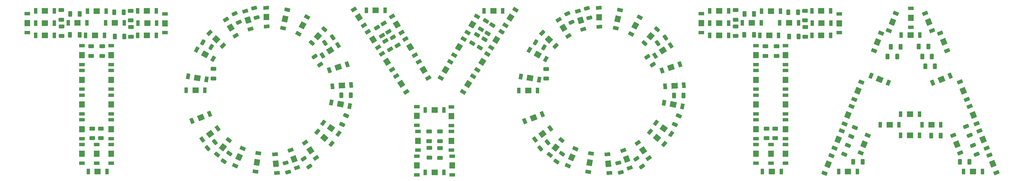
<source format=gbr>
%TF.GenerationSoftware,KiCad,Pcbnew,(6.0.0)*%
%TF.CreationDate,2022-05-14T17:31:40-07:00*%
%TF.ProjectId,Letters GERBER,4c657474-6572-4732-9047-45524245522e,rev?*%
%TF.SameCoordinates,Original*%
%TF.FileFunction,Paste,Top*%
%TF.FilePolarity,Positive*%
%FSLAX46Y46*%
G04 Gerber Fmt 4.6, Leading zero omitted, Abs format (unit mm)*
G04 Created by KiCad (PCBNEW (6.0.0)) date 2022-05-14 17:31:40*
%MOMM*%
%LPD*%
G01*
G04 APERTURE LIST*
G04 Aperture macros list*
%AMRoundRect*
0 Rectangle with rounded corners*
0 $1 Rounding radius*
0 $2 $3 $4 $5 $6 $7 $8 $9 X,Y pos of 4 corners*
0 Add a 4 corners polygon primitive as box body*
4,1,4,$2,$3,$4,$5,$6,$7,$8,$9,$2,$3,0*
0 Add four circle primitives for the rounded corners*
1,1,$1+$1,$2,$3*
1,1,$1+$1,$4,$5*
1,1,$1+$1,$6,$7*
1,1,$1+$1,$8,$9*
0 Add four rect primitives between the rounded corners*
20,1,$1+$1,$2,$3,$4,$5,0*
20,1,$1+$1,$4,$5,$6,$7,0*
20,1,$1+$1,$6,$7,$8,$9,0*
20,1,$1+$1,$8,$9,$2,$3,0*%
%AMRotRect*
0 Rectangle, with rotation*
0 The origin of the aperture is its center*
0 $1 length*
0 $2 width*
0 $3 Rotation angle, in degrees counterclockwise*
0 Add horizontal line*
21,1,$1,$2,0,0,$3*%
G04 Aperture macros list end*
%ADD10R,1.700000X1.900000*%
%ADD11R,1.700000X1.100000*%
%ADD12RoundRect,0.250000X0.625000X-0.312500X0.625000X0.312500X-0.625000X0.312500X-0.625000X-0.312500X0*%
%ADD13RotRect,1.900000X1.700000X301.200000*%
%ADD14RotRect,1.100000X1.700000X301.200000*%
%ADD15RoundRect,0.250000X0.462425X-0.523874X0.696554X0.055616X-0.462425X0.523874X-0.696554X-0.055616X0*%
%ADD16RotRect,1.900000X1.700000X59.500000*%
%ADD17RotRect,1.100000X1.700000X59.500000*%
%ADD18RoundRect,0.250000X-0.691213X-0.102500X-0.332727X-0.614470X0.691213X0.102500X0.332727X0.614470X0*%
%ADD19RoundRect,0.250000X0.691213X0.102500X0.332727X0.614470X-0.691213X-0.102500X-0.332727X-0.614470X0*%
%ADD20RotRect,1.900000X1.700000X144.200000*%
%ADD21RotRect,1.100000X1.700000X144.200000*%
%ADD22RotRect,1.900000X1.700000X66.000000*%
%ADD23RotRect,1.100000X1.700000X66.000000*%
%ADD24R,1.900000X1.700000*%
%ADD25R,1.100000X1.700000*%
%ADD26RotRect,1.900000X1.700000X36.600000*%
%ADD27RotRect,1.100000X1.700000X36.600000*%
%ADD28RotRect,1.900000X1.700000X124.800000*%
%ADD29RotRect,1.100000X1.700000X124.800000*%
%ADD30RoundRect,0.250000X0.162353X-0.679649X0.641131X-0.277907X-0.162353X0.679649X-0.641131X0.277907X0*%
%ADD31RoundRect,0.250000X-0.312500X-0.625000X0.312500X-0.625000X0.312500X0.625000X-0.312500X0.625000X0*%
%ADD32RoundRect,0.250000X-0.697124X-0.047952X-0.379912X-0.586471X0.697124X0.047952X0.379912X0.586471X0*%
%ADD33RotRect,1.900000X1.700000X139.500000*%
%ADD34RotRect,1.100000X1.700000X139.500000*%
%ADD35RoundRect,0.250000X-0.625000X0.312500X-0.625000X-0.312500X0.625000X-0.312500X0.625000X0.312500X0*%
%ADD36RoundRect,0.250000X0.312500X0.625000X-0.312500X0.625000X-0.312500X-0.625000X0.312500X-0.625000X0*%
%ADD37RotRect,1.900000X1.700000X112.000000*%
%ADD38RotRect,1.100000X1.700000X112.000000*%
%ADD39RoundRect,0.250000X0.684585X-0.140090X0.522823X0.463614X-0.684585X0.140090X-0.522823X-0.463614X0*%
%ADD40RoundRect,0.250000X0.696554X-0.055616X0.462425X0.523874X-0.696554X0.055616X-0.462425X-0.523874X0*%
%ADD41RotRect,1.900000X1.700000X292.000000*%
%ADD42RotRect,1.100000X1.700000X292.000000*%
%ADD43RotRect,1.900000X1.700000X57.500000*%
%ADD44RotRect,1.100000X1.700000X57.500000*%
%ADD45RotRect,1.900000X1.700000X257.100000*%
%ADD46RotRect,1.100000X1.700000X257.100000*%
%ADD47RotRect,1.900000X1.700000X95.400000*%
%ADD48RotRect,1.100000X1.700000X95.400000*%
%ADD49RotRect,1.900000X1.700000X68.000000*%
%ADD50RotRect,1.100000X1.700000X68.000000*%
%ADD51RoundRect,0.250000X-0.379912X0.586471X-0.697124X0.047952X0.379912X-0.586471X0.697124X-0.047952X0*%
%ADD52RotRect,1.900000X1.700000X122.500000*%
%ADD53RotRect,1.100000X1.700000X122.500000*%
%ADD54RoundRect,0.250000X0.332727X-0.614470X0.691213X-0.102500X-0.332727X0.614470X-0.691213X0.102500X0*%
%ADD55RoundRect,0.250000X-0.698511X0.019085X-0.434374X-0.547358X0.698511X-0.019085X0.434374X0.547358X0*%
%ADD56RotRect,1.900000X1.700000X213.000000*%
%ADD57RotRect,1.100000X1.700000X213.000000*%
%ADD58RotRect,1.900000X1.700000X158.000000*%
%ADD59RotRect,1.100000X1.700000X158.000000*%
%ADD60RotRect,1.900000X1.700000X286.500000*%
%ADD61RotRect,1.100000X1.700000X286.500000*%
%ADD62RotRect,1.900000X1.700000X183.600000*%
%ADD63RotRect,1.100000X1.700000X183.600000*%
%ADD64RotRect,1.900000X1.700000X248.000000*%
%ADD65RotRect,1.100000X1.700000X248.000000*%
%ADD66RotRect,1.900000X1.700000X330.600000*%
%ADD67RotRect,1.100000X1.700000X330.600000*%
%ADD68RoundRect,0.250000X-0.462425X0.523874X-0.696554X-0.055616X0.462425X-0.523874X0.696554X0.055616X0*%
%ADD69RoundRect,0.250000X-0.102500X0.691213X-0.614470X0.332727X0.102500X-0.691213X0.614470X-0.332727X0*%
%ADD70RotRect,1.900000X1.700000X21.900000*%
%ADD71RotRect,1.100000X1.700000X21.900000*%
%ADD72RotRect,1.900000X1.700000X242.400000*%
%ADD73RotRect,1.100000X1.700000X242.400000*%
%ADD74RoundRect,0.250000X0.697124X0.047952X0.379912X0.586471X-0.697124X-0.047952X-0.379912X-0.586471X0*%
%ADD75RotRect,1.900000X1.700000X350.300000*%
%ADD76RotRect,1.100000X1.700000X350.300000*%
%ADD77RotRect,1.900000X1.700000X168.900000*%
%ADD78RotRect,1.100000X1.700000X168.900000*%
%ADD79RoundRect,0.250000X-0.583133X-0.385016X-0.041867X-0.697516X0.583133X0.385016X0.041867X0.697516X0*%
%ADD80RotRect,1.900000X1.700000X227.700000*%
%ADD81RotRect,1.100000X1.700000X227.700000*%
%ADD82RotRect,1.900000X1.700000X120.500000*%
%ADD83RotRect,1.100000X1.700000X120.500000*%
%ADD84RotRect,1.900000X1.700000X315.900000*%
%ADD85RotRect,1.100000X1.700000X315.900000*%
%ADD86RotRect,1.900000X1.700000X80.700000*%
%ADD87RotRect,1.100000X1.700000X80.700000*%
%ADD88RotRect,1.900000X1.700000X110.100000*%
%ADD89RotRect,1.100000X1.700000X110.100000*%
%ADD90RotRect,1.900000X1.700000X198.300000*%
%ADD91RotRect,1.100000X1.700000X198.300000*%
%ADD92RotRect,1.900000X1.700000X51.300000*%
%ADD93RotRect,1.100000X1.700000X51.300000*%
%ADD94RotRect,1.900000X1.700000X271.800000*%
%ADD95RotRect,1.100000X1.700000X271.800000*%
%ADD96RoundRect,0.250000X-0.434374X0.547358X-0.698511X-0.019085X0.434374X-0.547358X0.698511X0.019085X0*%
%ADD97RoundRect,0.250000X0.379912X-0.586471X0.697124X-0.047952X-0.379912X0.586471X-0.697124X0.047952X0*%
%ADD98RotRect,1.900000X1.700000X22.000000*%
%ADD99RotRect,1.100000X1.700000X22.000000*%
%ADD100RoundRect,0.250000X-0.696554X0.055616X-0.462425X-0.523874X0.696554X-0.055616X0.462425X0.523874X0*%
G04 APERTURE END LIST*
D10*
%TO.C,D107*%
X250479363Y-54714772D03*
D11*
X250479363Y-57564772D03*
X250479363Y-51864772D03*
%TD*%
D12*
%TO.C,R2*%
X51584363Y-21657272D03*
X51584363Y-18732272D03*
%TD*%
D13*
%TO.C,D27*%
X81978262Y-23832917D03*
D14*
X80501885Y-21395129D03*
X83454639Y-26270705D03*
%TD*%
D15*
%TO.C,R68*%
X270504363Y-56944743D03*
X271600088Y-54232730D03*
%TD*%
D16*
%TO.C,D68*%
X151261154Y-29766096D03*
D17*
X149814670Y-32221739D03*
X152707638Y-27310453D03*
%TD*%
D18*
%TO.C,R39*%
X208533362Y-32728698D03*
X210211073Y-35124717D03*
%TD*%
D19*
%TO.C,R23*%
X105815364Y-66057870D03*
X104137653Y-63661851D03*
%TD*%
D20*
%TO.C,D32*%
X112404363Y-54414772D03*
D21*
X114715895Y-56081901D03*
X110092831Y-52747643D03*
%TD*%
D12*
%TO.C,R30*%
X145504363Y-58364772D03*
X145504363Y-55439772D03*
%TD*%
D22*
%TO.C,D83*%
X185544473Y-63248182D03*
D23*
X184385274Y-65851787D03*
X186703672Y-60644577D03*
%TD*%
D24*
%TO.C,D69*%
X143904363Y-67864772D03*
D25*
X141054363Y-67864772D03*
X146754363Y-67864772D03*
%TD*%
D26*
%TO.C,D36*%
X75641674Y-56130775D03*
D27*
X73353644Y-57830016D03*
X77929704Y-54431534D03*
%TD*%
D28*
%TO.C,D81*%
X207292740Y-61192366D03*
D29*
X208919274Y-63532641D03*
X205666206Y-58852091D03*
%TD*%
D30*
%TO.C,R18*%
X74886488Y-60526672D03*
X77127168Y-58646518D03*
%TD*%
D24*
%TO.C,D7*%
X41504363Y-67614772D03*
D25*
X38654363Y-67614772D03*
X44354363Y-67614772D03*
%TD*%
D10*
%TO.C,D22*%
X36704363Y-47214772D03*
D11*
X36704363Y-50064772D03*
X36704363Y-44364772D03*
%TD*%
D24*
%TO.C,D101*%
X246129363Y-18814772D03*
D25*
X243279363Y-18814772D03*
X248979363Y-18814772D03*
%TD*%
D20*
%TO.C,D80*%
X213494363Y-54471796D03*
D21*
X215805895Y-56138925D03*
X211182831Y-52804667D03*
%TD*%
D31*
%TO.C,R71*%
X271061863Y-64594772D03*
X273986863Y-64594772D03*
%TD*%
D32*
%TO.C,R26*%
X131189471Y-26761721D03*
X132674021Y-29281986D03*
%TD*%
D33*
%TO.C,D92*%
X211513396Y-57372015D03*
D34*
X213680553Y-59222942D03*
X209346239Y-55521088D03*
%TD*%
D35*
%TO.C,R58*%
X247399363Y-54522272D03*
X247399363Y-57447272D03*
%TD*%
D36*
%TO.C,R72*%
X306429363Y-64614772D03*
X303504363Y-64614772D03*
%TD*%
D37*
%TO.C,D125*%
X304562551Y-43009658D03*
D38*
X305630180Y-45652132D03*
X303494922Y-40367184D03*
%TD*%
D12*
%TO.C,R36*%
X142254363Y-58364772D03*
X142254363Y-55439772D03*
%TD*%
D39*
%TO.C,R41*%
X200448391Y-67820320D03*
X199691345Y-64994987D03*
%TD*%
D24*
%TO.C,D103*%
X246379363Y-67614772D03*
D25*
X243529363Y-67614772D03*
X249229363Y-67614772D03*
%TD*%
D24*
%TO.C,D110*%
X230379363Y-18714772D03*
D25*
X233229363Y-18714772D03*
X227529363Y-18714772D03*
%TD*%
D40*
%TO.C,R70*%
X306504363Y-56614772D03*
X305408639Y-53902759D03*
%TD*%
D41*
%TO.C,D140*%
X307559403Y-50427129D03*
D42*
X306491774Y-47784655D03*
X308627032Y-53069603D03*
%TD*%
D43*
%TO.C,D54*%
X166973059Y-20768438D03*
D44*
X165441755Y-23172104D03*
X168504363Y-18364772D03*
%TD*%
D24*
%TO.C,D98*%
X230379363Y-22464772D03*
D25*
X227529363Y-22464772D03*
X233229363Y-22464772D03*
%TD*%
D39*
%TO.C,R17*%
X99358391Y-67763296D03*
X98601345Y-64937963D03*
%TD*%
D45*
%TO.C,D40*%
X98471678Y-21176335D03*
D46*
X99107941Y-18398266D03*
X97835415Y-23954404D03*
%TD*%
D31*
%TO.C,R1*%
X33161863Y-19694772D03*
X36086863Y-19694772D03*
%TD*%
D10*
%TO.C,D3*%
X62004363Y-22514772D03*
D11*
X62004363Y-19664772D03*
X62004363Y-25364772D03*
%TD*%
D47*
%TO.C,D82*%
X196704363Y-65189772D03*
D48*
X196972572Y-68027124D03*
X196436154Y-62352420D03*
%TD*%
D35*
%TO.C,R4*%
X39849363Y-54522272D03*
X39849363Y-57447272D03*
%TD*%
D49*
%TO.C,D122*%
X278501216Y-28197301D03*
D50*
X277433587Y-30839775D03*
X279568845Y-25554827D03*
%TD*%
D37*
%TO.C,D127*%
X310556256Y-57844600D03*
D38*
X311623885Y-60487074D03*
X309488627Y-55202126D03*
%TD*%
D41*
%TO.C,D143*%
X302571992Y-59257246D03*
D42*
X301504363Y-56614772D03*
X303639621Y-61899720D03*
%TD*%
D24*
%TO.C,D142*%
X288354363Y-50114772D03*
D25*
X291204363Y-50114772D03*
X285504363Y-50114772D03*
%TD*%
D24*
%TO.C,D5*%
X41254363Y-18814772D03*
D25*
X38404363Y-18814772D03*
X44104363Y-18814772D03*
%TD*%
D24*
%TO.C,D67*%
X161754363Y-18739772D03*
D25*
X158904363Y-18739772D03*
X164604363Y-18739772D03*
%TD*%
D36*
%TO.C,R51*%
X254321863Y-19134772D03*
X251396863Y-19134772D03*
%TD*%
D10*
%TO.C,D117*%
X241579363Y-32214772D03*
D11*
X241579363Y-35064772D03*
X241579363Y-29364772D03*
%TD*%
D51*
%TO.C,R33*%
X159104363Y-27414772D03*
X157619813Y-29935037D03*
%TD*%
D35*
%TO.C,R10*%
X42524363Y-54522272D03*
X42524363Y-57447272D03*
%TD*%
%TO.C,R52*%
X244724363Y-54522272D03*
X244724363Y-57447272D03*
%TD*%
D24*
%TO.C,D14*%
X25504363Y-18714772D03*
D25*
X28354363Y-18714772D03*
X22654363Y-18714772D03*
%TD*%
D52*
%TO.C,D62*%
X133771456Y-40958238D03*
D53*
X135302760Y-43361904D03*
X132240152Y-38554572D03*
%TD*%
D52*
%TO.C,D61*%
X125174662Y-27463974D03*
D53*
X126705966Y-29867640D03*
X123643358Y-25060308D03*
%TD*%
D54*
%TO.C,R48*%
X180950596Y-64541951D03*
X182628307Y-62145932D03*
%TD*%
D36*
%TO.C,R59*%
X240921863Y-26034772D03*
X237996863Y-26034772D03*
%TD*%
D10*
%TO.C,D21*%
X36704363Y-32214772D03*
D11*
X36704363Y-35064772D03*
X36704363Y-29364772D03*
%TD*%
D33*
%TO.C,D44*%
X110423396Y-57314991D03*
D34*
X112590553Y-59165918D03*
X108256239Y-55464064D03*
%TD*%
D55*
%TO.C,R44*%
X184252862Y-19605995D03*
X185489021Y-22256945D03*
%TD*%
D52*
%TO.C,D49*%
X129473059Y-34211106D03*
D53*
X131004363Y-36614772D03*
X127941755Y-31807440D03*
%TD*%
D43*
%TO.C,D53*%
X158376265Y-34262701D03*
D44*
X156844961Y-36666367D03*
X159907569Y-31859035D03*
%TD*%
D24*
%TO.C,D130*%
X294854363Y-53364772D03*
D25*
X292004363Y-53364772D03*
X297704363Y-53364772D03*
%TD*%
D35*
%TO.C,R53*%
X244399363Y-29522272D03*
X244399363Y-32447272D03*
%TD*%
D28*
%TO.C,D33*%
X106202740Y-61135342D03*
D29*
X107829274Y-63475617D03*
X104576206Y-58795067D03*
%TD*%
D24*
%TO.C,D15*%
X56504363Y-26214772D03*
D25*
X59354363Y-26214772D03*
X53654363Y-26214772D03*
%TD*%
D35*
%TO.C,R19*%
X76724363Y-36372272D03*
X76724363Y-39297272D03*
%TD*%
D19*
%TO.C,R47*%
X206905364Y-66114894D03*
X205227653Y-63718875D03*
%TD*%
D35*
%TO.C,R35*%
X145504363Y-60514772D03*
X145504363Y-63439772D03*
%TD*%
D56*
%TO.C,D30*%
X112164783Y-30746553D03*
D57*
X114554994Y-29194332D03*
X109774572Y-32298774D03*
%TD*%
D58*
%TO.C,D134*%
X279156208Y-39547143D03*
D59*
X281798682Y-40614772D03*
X276513734Y-38479514D03*
%TD*%
D12*
%TO.C,R57*%
X235359363Y-21457272D03*
X235359363Y-18532272D03*
%TD*%
D60*
%TO.C,D87*%
X188275022Y-21588057D03*
D61*
X187465578Y-18855421D03*
X189084466Y-24320693D03*
%TD*%
D62*
%TO.C,D79*%
X216800458Y-41524707D03*
D63*
X219644834Y-41345754D03*
X213956082Y-41703660D03*
%TD*%
D10*
%TO.C,D12*%
X45604363Y-39714772D03*
D11*
X45604363Y-42564772D03*
X45604363Y-36864772D03*
%TD*%
D64*
%TO.C,D123*%
X266513805Y-57867184D03*
D65*
X267581434Y-55224710D03*
X265446176Y-60509658D03*
%TD*%
D54*
%TO.C,R24*%
X79860596Y-64484927D03*
X81538307Y-62088908D03*
%TD*%
D66*
%TO.C,D26*%
X74119856Y-31942163D03*
D67*
X71636897Y-30543087D03*
X76602815Y-33341239D03*
%TD*%
D10*
%TO.C,D20*%
X36704363Y-62214772D03*
D11*
X36704363Y-59364772D03*
X36704363Y-65064772D03*
%TD*%
D10*
%TO.C,D105*%
X241579363Y-54714772D03*
D11*
X241579363Y-57564772D03*
X241579363Y-51864772D03*
%TD*%
D68*
%TO.C,R62*%
X269504363Y-59614772D03*
X268408638Y-62326785D03*
%TD*%
D24*
%TO.C,D109*%
X230379363Y-26214772D03*
D25*
X227529363Y-26214772D03*
X233229363Y-26214772D03*
%TD*%
D24*
%TO.C,D17*%
X35404363Y-22414772D03*
D25*
X38254363Y-22414772D03*
X32554363Y-22414772D03*
%TD*%
D10*
%TO.C,D60*%
X149254363Y-65764772D03*
D11*
X149254363Y-62914772D03*
X149254363Y-68614772D03*
%TD*%
D37*
%TO.C,D126*%
X298568845Y-28174716D03*
D38*
X299636474Y-30817190D03*
X297501216Y-25532242D03*
%TD*%
D10*
%TO.C,D9*%
X36704363Y-54714772D03*
D11*
X36704363Y-57564772D03*
X36704363Y-51864772D03*
%TD*%
D10*
%TO.C,D132*%
X288604363Y-20864772D03*
D11*
X288604363Y-23714772D03*
X288604363Y-18014772D03*
%TD*%
D24*
%TO.C,D6*%
X40704363Y-26214772D03*
D25*
X43554363Y-26214772D03*
X37854363Y-26214772D03*
%TD*%
D31*
%TO.C,R63*%
X293004363Y-35614772D03*
X295929363Y-35614772D03*
%TD*%
D32*
%TO.C,R31*%
X128904363Y-27914772D03*
X130388913Y-30435037D03*
%TD*%
D12*
%TO.C,R9*%
X30484363Y-21457272D03*
X30484363Y-18532272D03*
%TD*%
D31*
%TO.C,R66*%
X291004363Y-29614772D03*
X293929363Y-29614772D03*
%TD*%
D10*
%TO.C,D8*%
X41254363Y-62214772D03*
D11*
X41254363Y-65064772D03*
X41254363Y-59364772D03*
%TD*%
D16*
%TO.C,D55*%
X147200847Y-36659129D03*
D17*
X145754363Y-39114772D03*
X148647331Y-34203486D03*
%TD*%
D36*
%TO.C,R46*%
X219536863Y-44441796D03*
X216611863Y-44441796D03*
%TD*%
D10*
%TO.C,D115*%
X250479363Y-62214772D03*
D11*
X250479363Y-65064772D03*
X250479363Y-59364772D03*
%TD*%
D36*
%TO.C,R61*%
X284446863Y-32634772D03*
X281521863Y-32634772D03*
%TD*%
%TO.C,R54*%
X254521863Y-26534772D03*
X251596863Y-26534772D03*
%TD*%
D10*
%TO.C,D1*%
X20104363Y-22464772D03*
D11*
X20104363Y-19614772D03*
X20104363Y-25314772D03*
%TD*%
D39*
%TO.C,R38*%
X190948391Y-20820320D03*
X190191345Y-17994987D03*
%TD*%
D16*
%TO.C,D56*%
X155321461Y-22873063D03*
D17*
X153874977Y-25328706D03*
X156767945Y-20417420D03*
%TD*%
D10*
%TO.C,D118*%
X241579363Y-47214772D03*
D11*
X241579363Y-50064772D03*
X241579363Y-44364772D03*
%TD*%
D24*
%TO.C,D18*%
X46754363Y-22414772D03*
D25*
X49604363Y-22414772D03*
X43904363Y-22414772D03*
%TD*%
D60*
%TO.C,D39*%
X87185022Y-21531033D03*
D61*
X86375578Y-18798397D03*
X87994466Y-24263669D03*
%TD*%
D69*
%TO.C,R21*%
X112947461Y-26803771D03*
X110551442Y-28481482D03*
%TD*%
D51*
%TO.C,R34*%
X156804363Y-26014772D03*
X155319813Y-28535037D03*
%TD*%
D49*
%TO.C,D121*%
X272507510Y-43032243D03*
D50*
X271439881Y-45674717D03*
X273575139Y-40389769D03*
%TD*%
D70*
%TO.C,D96*%
X173950006Y-51220774D03*
D71*
X171305673Y-52283789D03*
X176594339Y-50157759D03*
%TD*%
D72*
%TO.C,D77*%
X204902700Y-23203766D03*
D73*
X206223094Y-20678086D03*
X203582306Y-25729446D03*
%TD*%
D35*
%TO.C,R8*%
X51624363Y-23672272D03*
X51624363Y-26597272D03*
%TD*%
D47*
%TO.C,D34*%
X95704363Y-65214772D03*
D48*
X95972572Y-68052124D03*
X95436154Y-62377420D03*
%TD*%
D56*
%TO.C,D78*%
X213254783Y-30803577D03*
D57*
X215644994Y-29251356D03*
X210864572Y-32355798D03*
%TD*%
D24*
%TO.C,D2*%
X25504363Y-22464772D03*
D25*
X22654363Y-22464772D03*
X28354363Y-22464772D03*
%TD*%
D55*
%TO.C,R20*%
X83162862Y-19548971D03*
X84399021Y-22199921D03*
%TD*%
D36*
%TO.C,R11*%
X36046863Y-26034772D03*
X33121863Y-26034772D03*
%TD*%
D10*
%TO.C,D108*%
X250479363Y-39714772D03*
D11*
X250479363Y-42564772D03*
X250479363Y-36864772D03*
%TD*%
D37*
%TO.C,D137*%
X294004363Y-22136617D03*
D38*
X295071992Y-24779091D03*
X292936734Y-19494143D03*
%TD*%
D74*
%TO.C,R32*%
X127904363Y-26314772D03*
X126419813Y-23794507D03*
%TD*%
D24*
%TO.C,D102*%
X245579363Y-26214772D03*
D25*
X248429363Y-26214772D03*
X242729363Y-26214772D03*
%TD*%
D52*
%TO.C,D50*%
X120876265Y-20716843D03*
D53*
X122407569Y-23120509D03*
X119344961Y-18313177D03*
%TD*%
D24*
%TO.C,D4*%
X56604363Y-22464772D03*
D25*
X59454363Y-22464772D03*
X53754363Y-22464772D03*
%TD*%
D35*
%TO.C,R55*%
X235399363Y-23472272D03*
X235399363Y-26397272D03*
%TD*%
D18*
%TO.C,R15*%
X107443362Y-32671674D03*
X109121073Y-35067693D03*
%TD*%
D30*
%TO.C,R42*%
X175976488Y-60583696D03*
X178217168Y-58703542D03*
%TD*%
D75*
%TO.C,D85*%
X172894363Y-39171796D03*
D76*
X170085108Y-38691601D03*
X175703618Y-39651991D03*
%TD*%
D43*
%TO.C,D65*%
X162674662Y-27515569D03*
D44*
X161143358Y-29919235D03*
X164205966Y-25111903D03*
%TD*%
D36*
%TO.C,R6*%
X49646863Y-26534772D03*
X46721863Y-26534772D03*
%TD*%
D24*
%TO.C,D73*%
X172344363Y-42921796D03*
D25*
X175194363Y-42921796D03*
X169494363Y-42921796D03*
%TD*%
D35*
%TO.C,R12*%
X42924363Y-29522272D03*
X42924363Y-32447272D03*
%TD*%
D64*
%TO.C,D136*%
X269510658Y-50449713D03*
D65*
X270578287Y-47807239D03*
X268443029Y-53092187D03*
%TD*%
D77*
%TO.C,D43*%
X115338125Y-47148386D03*
D78*
X118134809Y-47697074D03*
X112541441Y-46599698D03*
%TD*%
D79*
%TO.C,R13*%
X73465121Y-28276201D03*
X75998246Y-29738701D03*
%TD*%
D35*
%TO.C,R5*%
X39524363Y-29522272D03*
X39524363Y-32447272D03*
%TD*%
D10*
%TO.C,D106*%
X241579363Y-39714772D03*
D11*
X241579363Y-42564772D03*
X241579363Y-36864772D03*
%TD*%
D80*
%TO.C,D41*%
X108478891Y-26407980D03*
D81*
X110396977Y-24300031D03*
X106560805Y-28515929D03*
%TD*%
D79*
%TO.C,R37*%
X174555121Y-28333225D03*
X177088246Y-29795725D03*
%TD*%
D36*
%TO.C,R3*%
X49446863Y-19134772D03*
X46521863Y-19134772D03*
%TD*%
D82*
%TO.C,D64*%
X136497572Y-29766095D03*
D83*
X137944056Y-32221738D03*
X135051088Y-27310452D03*
%TD*%
D10*
%TO.C,D71*%
X149004363Y-58264772D03*
D11*
X149004363Y-55414772D03*
X149004363Y-61114772D03*
%TD*%
D69*
%TO.C,R45*%
X214037461Y-26860795D03*
X211641442Y-28538506D03*
%TD*%
D10*
%TO.C,D116*%
X241579363Y-62214772D03*
D11*
X241579363Y-59364772D03*
X241579363Y-65064772D03*
%TD*%
D10*
%TO.C,D119*%
X250479363Y-32214772D03*
D11*
X250479363Y-35064772D03*
X250479363Y-29364772D03*
%TD*%
D10*
%TO.C,D23*%
X45604363Y-32214772D03*
D11*
X45604363Y-35064772D03*
X45604363Y-29364772D03*
%TD*%
D84*
%TO.C,D38*%
X77526053Y-27380712D03*
D85*
X75479393Y-25397361D03*
X79572713Y-29364063D03*
%TD*%
D86*
%TO.C,D46*%
X89908678Y-64822312D03*
D87*
X89448107Y-67634851D03*
X90369249Y-62009773D03*
%TD*%
D10*
%TO.C,D11*%
X45604363Y-54714772D03*
D11*
X45604363Y-57564772D03*
X45604363Y-51864772D03*
%TD*%
D10*
%TO.C,D58*%
X138504363Y-65764772D03*
D11*
X138504363Y-62914772D03*
X138504363Y-68614772D03*
%TD*%
D39*
%TO.C,R14*%
X89858391Y-20763296D03*
X89101345Y-17937963D03*
%TD*%
D84*
%TO.C,D86*%
X178616053Y-27437736D03*
D85*
X176569393Y-25454385D03*
X180662713Y-29421087D03*
%TD*%
D88*
%TO.C,D93*%
X202240791Y-63816643D03*
D89*
X203220221Y-66493062D03*
X201261361Y-61140224D03*
%TD*%
D24*
%TO.C,D114*%
X251629363Y-22414772D03*
D25*
X254479363Y-22414772D03*
X248779363Y-22414772D03*
%TD*%
D90*
%TO.C,D90*%
X215719080Y-35935464D03*
D91*
X218424943Y-35040586D03*
X213013217Y-36830342D03*
%TD*%
D82*
%TO.C,D52*%
X132437265Y-22873062D03*
D83*
X133883749Y-25328705D03*
X130990781Y-20417419D03*
%TD*%
D26*
%TO.C,D84*%
X176731674Y-56187799D03*
D27*
X174443644Y-57887040D03*
X179019704Y-54488558D03*
%TD*%
D88*
%TO.C,D45*%
X101150791Y-63759619D03*
D89*
X102130221Y-66436038D03*
X100171361Y-61083200D03*
%TD*%
D86*
%TO.C,D94*%
X190998678Y-64879336D03*
D87*
X190538107Y-67691875D03*
X191459249Y-62066797D03*
%TD*%
D70*
%TO.C,D48*%
X72860006Y-51163750D03*
D71*
X70215673Y-52226765D03*
X75504339Y-50100735D03*
%TD*%
D24*
%TO.C,D144*%
X288354363Y-56614772D03*
D25*
X285504363Y-56614772D03*
X291204363Y-56614772D03*
%TD*%
D24*
%TO.C,D16*%
X56504363Y-18714772D03*
D25*
X53654363Y-18714772D03*
X59354363Y-18714772D03*
%TD*%
D77*
%TO.C,D91*%
X216428125Y-47205410D03*
D78*
X219224809Y-47754098D03*
X213631441Y-46656722D03*
%TD*%
D75*
%TO.C,D37*%
X71804363Y-39114772D03*
D76*
X68995108Y-38634577D03*
X74613618Y-39594967D03*
%TD*%
D10*
%TO.C,D24*%
X45604363Y-47214772D03*
D11*
X45604363Y-50064772D03*
X45604363Y-44364772D03*
%TD*%
D49*
%TO.C,D133*%
X283004363Y-22136617D03*
D50*
X281936734Y-24779091D03*
X284071992Y-19494143D03*
%TD*%
D10*
%TO.C,D70*%
X138854363Y-58264772D03*
D11*
X138854363Y-55414772D03*
X138854363Y-61114772D03*
%TD*%
D10*
%TO.C,D59*%
X149004363Y-50764772D03*
D11*
X149004363Y-47914772D03*
X149004363Y-53614772D03*
%TD*%
D24*
%TO.C,D25*%
X71254363Y-42864772D03*
D25*
X74104363Y-42864772D03*
X68404363Y-42864772D03*
%TD*%
D10*
%TO.C,D57*%
X138504363Y-50704772D03*
D11*
X138504363Y-47854772D03*
X138504363Y-53554772D03*
%TD*%
D35*
%TO.C,R60*%
X247799363Y-29522272D03*
X247799363Y-32447272D03*
%TD*%
D62*
%TO.C,D31*%
X115710458Y-41467683D03*
D63*
X118554834Y-41288730D03*
X112866082Y-41646636D03*
%TD*%
D92*
%TO.C,D95*%
X180682714Y-60286373D03*
D93*
X178900772Y-62510600D03*
X182464656Y-58062146D03*
%TD*%
D94*
%TO.C,D28*%
X92805474Y-20625751D03*
D95*
X92715953Y-17777157D03*
X92894995Y-23474345D03*
%TD*%
D92*
%TO.C,D47*%
X79592714Y-60229349D03*
D93*
X77810772Y-62453576D03*
X81374656Y-58005122D03*
%TD*%
D35*
%TO.C,R7*%
X30524363Y-23472272D03*
X30524363Y-26397272D03*
%TD*%
D24*
%TO.C,D112*%
X261379363Y-18714772D03*
D25*
X258529363Y-18714772D03*
X264229363Y-18714772D03*
%TD*%
D35*
%TO.C,R56*%
X256499363Y-23672272D03*
X256499363Y-26597272D03*
%TD*%
D96*
%TO.C,R16*%
X117032116Y-50615875D03*
X115795958Y-53266826D03*
%TD*%
D36*
%TO.C,R65*%
X297696863Y-56634772D03*
X294771863Y-56634772D03*
%TD*%
D13*
%TO.C,D75*%
X183068262Y-23889941D03*
D14*
X181591885Y-21452153D03*
X184544639Y-26327729D03*
%TD*%
D66*
%TO.C,D74*%
X175209856Y-31999187D03*
D67*
X172726897Y-30600111D03*
X177692815Y-33398263D03*
%TD*%
D36*
%TO.C,R22*%
X118446863Y-44384772D03*
X115521863Y-44384772D03*
%TD*%
D24*
%TO.C,D129*%
X282154363Y-53364772D03*
D25*
X279304363Y-53364772D03*
X285004363Y-53364772D03*
%TD*%
D97*
%TO.C,R27*%
X160005006Y-25597521D03*
X161489556Y-23077256D03*
%TD*%
D64*
%TO.C,D141*%
X274436734Y-59257246D03*
D65*
X275504363Y-56614772D03*
X273369105Y-61899720D03*
%TD*%
D90*
%TO.C,D42*%
X114629080Y-35878440D03*
D91*
X117334943Y-34983562D03*
X111923217Y-36773318D03*
%TD*%
D10*
%TO.C,D10*%
X36704363Y-39714772D03*
D11*
X36704363Y-42564772D03*
X36704363Y-36864772D03*
%TD*%
D10*
%TO.C,D99*%
X266879363Y-22514772D03*
D11*
X266879363Y-19664772D03*
X266879363Y-25364772D03*
%TD*%
D98*
%TO.C,D138*%
X297896837Y-39547143D03*
D99*
X295254363Y-40614772D03*
X300539311Y-38479514D03*
%TD*%
D43*
%TO.C,D66*%
X154077868Y-41009833D03*
D44*
X152546564Y-43413499D03*
X155609172Y-38606167D03*
%TD*%
D82*
%TO.C,D51*%
X140557879Y-36659129D03*
D83*
X142004363Y-39114772D03*
X139111395Y-34203486D03*
%TD*%
D35*
%TO.C,R29*%
X142274363Y-60422272D03*
X142274363Y-63347272D03*
%TD*%
D41*
%TO.C,D139*%
X313553109Y-65262071D03*
D42*
X312485480Y-62619597D03*
X314620738Y-67904545D03*
%TD*%
D36*
%TO.C,R67*%
X285446863Y-29634772D03*
X282521863Y-29634772D03*
%TD*%
D24*
%TO.C,D131*%
X288504363Y-26114772D03*
D25*
X291354363Y-26114772D03*
X285654363Y-26114772D03*
%TD*%
D22*
%TO.C,D35*%
X84454473Y-63191158D03*
D23*
X83295274Y-65794763D03*
X85613672Y-60587553D03*
%TD*%
D10*
%TO.C,D104*%
X246129363Y-62214772D03*
D11*
X246129363Y-65064772D03*
X246129363Y-59364772D03*
%TD*%
D10*
%TO.C,D19*%
X45604363Y-62214772D03*
D11*
X45604363Y-65064772D03*
X45604363Y-59364772D03*
%TD*%
D35*
%TO.C,R43*%
X177814363Y-36429296D03*
X177814363Y-39354296D03*
%TD*%
D24*
%TO.C,D128*%
X307504363Y-67614772D03*
D25*
X310354363Y-67614772D03*
X304654363Y-67614772D03*
%TD*%
D45*
%TO.C,D88*%
X199561678Y-21233359D03*
D46*
X200197941Y-18455290D03*
X198925415Y-24011428D03*
%TD*%
D24*
%TO.C,D100*%
X261479363Y-22464772D03*
D25*
X264329363Y-22464772D03*
X258629363Y-22464772D03*
%TD*%
D96*
%TO.C,R40*%
X218122116Y-50672899D03*
X216885958Y-53323850D03*
%TD*%
D24*
%TO.C,D113*%
X240279363Y-22414772D03*
D25*
X243129363Y-22414772D03*
X237429363Y-22414772D03*
%TD*%
D24*
%TO.C,D63*%
X126004363Y-18614772D03*
D25*
X128854363Y-18614772D03*
X123154363Y-18614772D03*
%TD*%
D24*
%TO.C,D111*%
X261379363Y-26214772D03*
D25*
X264229363Y-26214772D03*
X258529363Y-26214772D03*
%TD*%
D24*
%TO.C,D124*%
X269504363Y-67614772D03*
D25*
X266654363Y-67614772D03*
X272354363Y-67614772D03*
%TD*%
D24*
%TO.C,D13*%
X25504363Y-26214772D03*
D25*
X22654363Y-26214772D03*
X28354363Y-26214772D03*
%TD*%
D12*
%TO.C,R50*%
X256459363Y-21657272D03*
X256459363Y-18732272D03*
%TD*%
D97*
%TO.C,R28*%
X158005006Y-24347521D03*
X159489556Y-21827256D03*
%TD*%
D10*
%TO.C,D120*%
X250479363Y-47214772D03*
D11*
X250479363Y-50064772D03*
X250479363Y-44364772D03*
%TD*%
D24*
%TO.C,D72*%
X143904363Y-48864772D03*
D25*
X141054363Y-48864772D03*
X146754363Y-48864772D03*
%TD*%
D80*
%TO.C,D89*%
X209568891Y-26465004D03*
D81*
X211486977Y-24357055D03*
X207650805Y-28572953D03*
%TD*%
D74*
%TO.C,R25*%
X129904363Y-25114772D03*
X128419813Y-22594507D03*
%TD*%
D31*
%TO.C,R49*%
X238036863Y-19694772D03*
X240961863Y-19694772D03*
%TD*%
D94*
%TO.C,D76*%
X193895474Y-20682775D03*
D95*
X193805953Y-17834181D03*
X193984995Y-23531369D03*
%TD*%
D31*
%TO.C,R69*%
X292061863Y-32614772D03*
X294986863Y-32614772D03*
%TD*%
D10*
%TO.C,D97*%
X224979363Y-22464772D03*
D11*
X224979363Y-19614772D03*
X224979363Y-25314772D03*
%TD*%
D72*
%TO.C,D29*%
X103812700Y-23146742D03*
D73*
X105133094Y-20621062D03*
X102492306Y-25672422D03*
%TD*%
D64*
%TO.C,D135*%
X263460761Y-65423733D03*
D65*
X264528390Y-62781259D03*
X262393132Y-68066207D03*
%TD*%
D100*
%TO.C,R64*%
X307504363Y-59614772D03*
X308600087Y-62326785D03*
%TD*%
M02*

</source>
